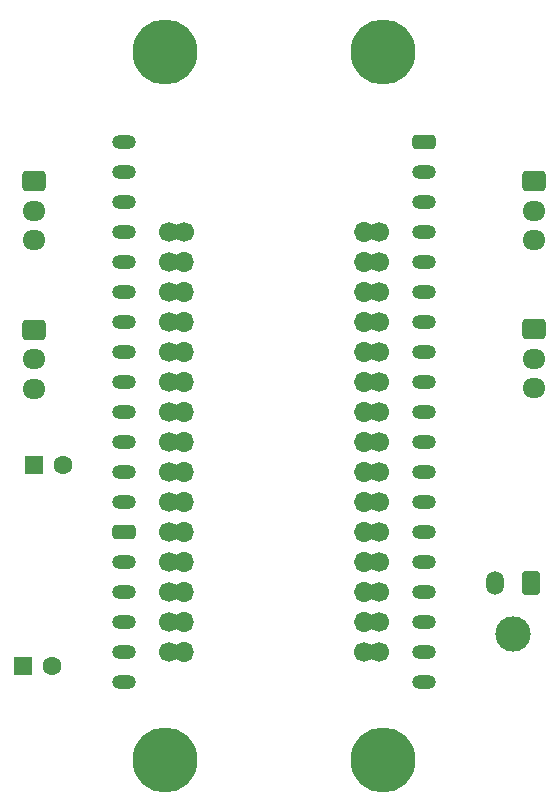
<source format=gbr>
%TF.GenerationSoftware,KiCad,Pcbnew,(6.0.0-0)*%
%TF.CreationDate,2022-11-20T21:56:22+02:00*%
%TF.ProjectId,realant_esp32,7265616c-616e-4745-9f65-737033322e6b,1.2*%
%TF.SameCoordinates,Original*%
%TF.FileFunction,Soldermask,Bot*%
%TF.FilePolarity,Negative*%
%FSLAX46Y46*%
G04 Gerber Fmt 4.6, Leading zero omitted, Abs format (unit mm)*
G04 Created by KiCad (PCBNEW (6.0.0-0)) date 2022-11-20 21:56:22*
%MOMM*%
%LPD*%
G01*
G04 APERTURE LIST*
G04 Aperture macros list*
%AMRoundRect*
0 Rectangle with rounded corners*
0 $1 Rounding radius*
0 $2 $3 $4 $5 $6 $7 $8 $9 X,Y pos of 4 corners*
0 Add a 4 corners polygon primitive as box body*
4,1,4,$2,$3,$4,$5,$6,$7,$8,$9,$2,$3,0*
0 Add four circle primitives for the rounded corners*
1,1,$1+$1,$2,$3*
1,1,$1+$1,$4,$5*
1,1,$1+$1,$6,$7*
1,1,$1+$1,$8,$9*
0 Add four rect primitives between the rounded corners*
20,1,$1+$1,$2,$3,$4,$5,0*
20,1,$1+$1,$4,$5,$6,$7,0*
20,1,$1+$1,$6,$7,$8,$9,0*
20,1,$1+$1,$8,$9,$2,$3,0*%
G04 Aperture macros list end*
%ADD10C,5.500000*%
%ADD11RoundRect,0.250000X-0.725000X0.600000X-0.725000X-0.600000X0.725000X-0.600000X0.725000X0.600000X0*%
%ADD12O,1.950000X1.700000*%
%ADD13R,1.600000X1.600000*%
%ADD14C,1.600000*%
%ADD15C,1.700000*%
%ADD16O,1.700000X1.700000*%
%ADD17C,3.000000*%
%ADD18RoundRect,0.250001X0.499999X0.759999X-0.499999X0.759999X-0.499999X-0.759999X0.499999X-0.759999X0*%
%ADD19O,1.500000X2.020000*%
%ADD20RoundRect,0.300000X-0.700000X0.300000X-0.700000X-0.300000X0.700000X-0.300000X0.700000X0.300000X0*%
%ADD21O,2.000000X1.200000*%
G04 APERTURE END LIST*
D10*
%TO.C,REF\u002A\u002A*%
X86000000Y-119000000D03*
%TD*%
D11*
%TO.C,J1*%
X74930000Y-70000000D03*
D12*
X74930000Y-72500000D03*
X74930000Y-75000000D03*
%TD*%
D11*
%TO.C,J4*%
X117300000Y-82500000D03*
D12*
X117300000Y-85000000D03*
X117300000Y-87500000D03*
%TD*%
D10*
%TO.C,REF\u002A\u002A*%
X104500000Y-119000000D03*
%TD*%
D13*
%TO.C,C2*%
X74000000Y-111000000D03*
D14*
X76500000Y-111000000D03*
%TD*%
D11*
%TO.C,J3*%
X117320000Y-70000000D03*
D12*
X117320000Y-72500000D03*
X117320000Y-75000000D03*
%TD*%
D13*
%TO.C,C3*%
X74930000Y-93980000D03*
D14*
X77430000Y-93980000D03*
%TD*%
D15*
%TO.C,U2*%
X104140000Y-109855000D03*
X102870000Y-109855000D03*
D16*
X102870000Y-107315000D03*
D15*
X104140000Y-107315000D03*
D16*
X102870000Y-104775000D03*
D15*
X104140000Y-104775000D03*
D16*
X102870000Y-102235000D03*
D15*
X104140000Y-102235000D03*
X104140000Y-99695000D03*
D16*
X102870000Y-99695000D03*
X102870000Y-97155000D03*
D15*
X104140000Y-97155000D03*
D16*
X102870000Y-94615000D03*
D15*
X104140000Y-94615000D03*
X104140000Y-92075000D03*
D16*
X102870000Y-92075000D03*
X102870000Y-89535000D03*
D15*
X104140000Y-89535000D03*
X104140000Y-86995000D03*
D16*
X102870000Y-86995000D03*
D15*
X104140000Y-84455000D03*
D16*
X102870000Y-84455000D03*
D15*
X104140000Y-81915000D03*
D16*
X102870000Y-81915000D03*
X102870000Y-79375000D03*
D15*
X104140000Y-79375000D03*
D16*
X102870000Y-76835000D03*
D15*
X104140000Y-76835000D03*
X104140000Y-74295000D03*
D16*
X102870000Y-74295000D03*
D15*
X87630000Y-74295000D03*
X86360000Y-74295000D03*
D16*
X87630000Y-76835000D03*
D15*
X86360000Y-76835000D03*
D16*
X87630000Y-79375000D03*
D15*
X86360000Y-79375000D03*
D16*
X87630000Y-81915000D03*
D15*
X86360000Y-81915000D03*
X86360000Y-84455000D03*
D16*
X87630000Y-84455000D03*
D15*
X86360000Y-86995000D03*
D16*
X87630000Y-86995000D03*
X87630000Y-89535000D03*
D15*
X86360000Y-89535000D03*
X86360000Y-92075000D03*
D16*
X87630000Y-92075000D03*
X87630000Y-94615000D03*
D15*
X86360000Y-94615000D03*
D16*
X87630000Y-97155000D03*
D15*
X86360000Y-97155000D03*
X86360000Y-99695000D03*
D16*
X87630000Y-99695000D03*
D15*
X86360000Y-102235000D03*
D16*
X87630000Y-102235000D03*
X87630000Y-104775000D03*
D15*
X86360000Y-104775000D03*
X86360000Y-107315000D03*
D16*
X87630000Y-107315000D03*
D15*
X86360000Y-109855000D03*
D16*
X87630000Y-109855000D03*
%TD*%
D11*
%TO.C,J2*%
X74930000Y-82550000D03*
D12*
X74930000Y-85050000D03*
X74930000Y-87550000D03*
%TD*%
D17*
%TO.C,U4*%
X115500000Y-108320000D03*
D18*
X117000000Y-104000000D03*
D19*
X114000000Y-104000000D03*
%TD*%
D10*
%TO.C,REF\u002A\u002A*%
X86000000Y-59000000D03*
%TD*%
%TO.C,REF\u002A\u002A*%
X104500000Y-59000000D03*
%TD*%
D20*
%TO.C,U1*%
X107953680Y-66677720D03*
D21*
X107953680Y-69217720D03*
X107953680Y-71757720D03*
X107953680Y-74297720D03*
X107953680Y-76837720D03*
X107953680Y-79377720D03*
X107953680Y-81917720D03*
X107953680Y-84457720D03*
X107953680Y-86997720D03*
X107953680Y-89537720D03*
X107953680Y-92077720D03*
X107953680Y-94617720D03*
X107953680Y-97157720D03*
X107953680Y-99697720D03*
X107953680Y-102237720D03*
X107953680Y-104777720D03*
X107953680Y-107317720D03*
X107950000Y-109855000D03*
X107950000Y-112395000D03*
X82553680Y-112397720D03*
X82553680Y-109857720D03*
X82553680Y-107317720D03*
X82553680Y-104777720D03*
X82553680Y-102237720D03*
D20*
X82553680Y-99697720D03*
D21*
X82553680Y-97157720D03*
X82553680Y-94617720D03*
X82553680Y-92077720D03*
X82553680Y-89537720D03*
X82553680Y-86997720D03*
X82553680Y-84457720D03*
X82553680Y-81917720D03*
X82553680Y-79377720D03*
X82553680Y-76837720D03*
X82553680Y-74297720D03*
X82553680Y-71757720D03*
X82553680Y-69217720D03*
X82553680Y-66677720D03*
%TD*%
M02*

</source>
